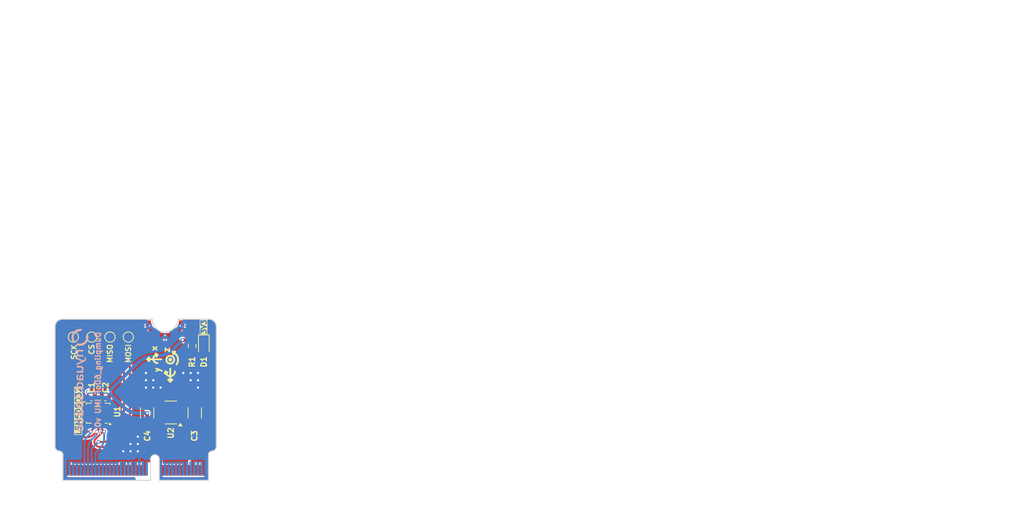
<source format=kicad_pcb>
(kicad_pcb (version 20241229) (generator "pcbnew") (generator_version "9.0")
  (layers (0 "F.Cu" signal "Top") (2 "B.Cu" signal "Bottom") (13 "F.Paste" user) (15 "B.Paste" user) (5 "F.SilkS" user "F.Silkscreen") (7 "B.SilkS" user "B.Silkscreen") (1 "F.Mask" user) (3 "B.Mask" user) (25 "Edge.Cuts" user))
  (net 0 "")
  (net 1 "LSM6DSO32TR_CS")
  (net 2 "GND")
  (net 3 "/UART_RTS1")
  (net 4 "/G11-SWO")
  (net 5 "/A1")
  (net 6 "LSM6DSO32TR_RX")
  (net 7 "/USBHOST_D+")
  (net 8 "/SPI_SCK")
  (net 9 "+3V3")
  (net 10 "LSM6DSO32TR_TX")
  (net 11 "/PWM0")
  (net 12 "/3.3V_EN")
  (net 13 "LSM6DSO32TR_pwr_cyc")
  (net 14 "/~{SPI_CS}")
  (net 15 "/UART_TX2")
  (net 16 "/G4")
  (net 17 "/G5")
  (net 18 "/UART_RX2")
  (net 19 "/UART_CTS1")
  (net 20 "/RTC_3V_BATT")
  (net 21 "+5V")
  (net 22 "/AUD_LRCLK")
  (net 23 "/G7")
  (net 24 "/PWM1")
  (net 25 "/G10-CAM_VSYNC")
  (net 26 "LSM6DSO32TR_MISO")
  (net 27 "/SPI_CIPO-LED_CLK")
  (net 28 "/USB_D-")
  (net 29 "LSM6DSO32TR_INT1")
  (net 30 "/AUD_IN-CAM_PCLK")
  (net 31 "/A0")
  (net 32 "LSM6DSO32TR_INT2")
  (net 33 "LSM6DSO32TR_SDA")
  (net 34 "/I2C_SDA1")
  (net 35 "/AUD_MCLK")
  (net 36 "/G0")
  (net 37 "/G9-CAM_HSYNC")
  (net 38 "/G8")
  (net 39 "/D1-CAM_TRIG")
  (net 40 "/SWDIO")
  (net 41 "/G6")
  (net 42 "/SPI_COPI-LED_DAT")
  (net 43 "/AUD_OUT-CAM_MCLK")
  (net 44 "/SDIO_DATA2")
  (net 45 "/AUD_BCLK")
  (net 46 "/V_USB")
  (net 47 "/USB_D+")
  (net 48 "/SDIO_DATA3-~{SPI_CS1}")
  (net 49 "/USBHOST_D-")
  (net 50 "/CAN-RX")
  (net 51 "/I2C_SCL1")
  (net 52 "/I2C_~{INT}")
  (net 53 "/CAN-TX")
  (net 54 "/BATT_VIN")
  (net 55 "/SWDCK")
  (net 56 "LSM6DSO32TR_SCK")
  (net 57 "/D0")
  (net 58 "LSM6DSO32TR_MOSI")
  (net 59 "LSM6DSO32TR_SCL")
  (net 60 "Net-(D1-A)")
  (net 64 "VIN")
  (footprint "SparkFun_MicroMod_ESP32:M.2-CARD-E-22" (layer "F.Cu") (at 148.5011 114.275)
    (property "Reference" "J1" (hide yes))
    (property "Value" "MICROMOD-2222" (hide yes))
    (fp_line (start 1.9 -21) (end 1 -21) (stroke (width 0.1016)) (layer "F.Cu"))
    (fp_line (start 1.9 -21) (end 1.9 -19.9) (stroke (width 0.1016)) (layer "F.Cu"))
    (fp_line (start 4 -19.7) (end 4 -19) (stroke (width 0.1016)) (layer "F.Cu"))
    (fp_line (start 6.1 -21) (end 6.1 -19.9) (stroke (width 0.1016)) (layer "F.Cu"))
    (fp_line (start 6.1 -21) (end 7 -21) (stroke (width 0.1016)) (layer "F.Cu"))
    (fp_poly (pts (xy 1.25 -21.75) (xy 2.05 -21.75) (xy 2.08842 -21.461827) (xy 2.171447 -21.183213) (xy 2.297037 -20.921017) (xy 2.462097 -20.681696) (xy 2.662563 -20.471142) (xy 2.893499 -20.29454) (xy 3.149218 -20.156239) (xy 3.423424 -20.059644) (xy 4 -20) (xy 4.290635 -20.007133) (xy 4.576576 -20.059644) (xy 4.850782 -20.156239) (xy 5.106501 -20.29454) (xy 5.337437 -20.471142) (xy 5.537903 -20.681696) (xy 5.702963 -20.921017) (xy 5.828553 -21.183213) (xy 5.95 -21.75) (xy 6.75 -21.75) (xy 6.686952 -21.386065) (xy 6.576451 -21.033626) (xy 6.420427 -20.698842) (xy 6.221608 -20.387564) (xy 5.983467 -20.10523) (xy 5.710166 -19.856774) (xy 5.40648 -19.646539) (xy 5.077718 -19.478197) (xy 4.729623 -19.354691) (xy 4.368279 -19.27818) (xy 4 -19.25) (xy 3.630811 -19.275627) (xy 3.268334 -19.35024) (xy 2.919037 -19.472506) (xy 2.589157 -19.640244) (xy 2.284581 -19.85046) (xy 2.010746 -20.099401) (xy 1.77254 -20.382623) (xy 1.574215 -20.695072) (xy 1.419311 -21.031169)) (fill yes) (layer "F.Cu"))
    (pad "1" smd rect (at 9.25 -1.275 180) (size 0.35 1.45) (layers "F.Cu" "F.Mask") (net 2 "GND"))
    (pad "2" smd rect (at 9 -1.525) (size 0.35 1.95) (layers "B.Cu" "B.Mask") (net 9 "+3V3"))
    (pad "3" smd rect (at 8.75 -1.275 180) (size 0.35 1.45) (layers "F.Cu" "F.Mask") (net 47 "/USB_D+"))
    (pad "4" smd rect (at 8.5 -1.525) (size 0.35 1.95) (layers "B.Cu" "B.Mask") (net 12 "/3.3V_EN"))
    (pad "5" smd rect (at 8.25 -1.275 180) (size 0.35 1.45) (layers "F.Cu" "F.Mask") (net 28 "/USB_D-"))
    (pad "6" smd rect (at 8 -1.525) (size 0.35 1.95) (layers "B.Cu" "B.Mask") (net 21 "+5V"))
    (pad "7" smd rect (at 7.75 -1.275 180) (size 0.35 1.45) (layers "F.Cu" "F.Mask") (net 2 "GND"))
    (pad "8" smd rect (at 7.5 -1.525) (size 0.35 1.95) (layers "B.Cu" "B.Mask") (net 4 "/G11-SWO"))
    (pad "9" smd rect (at 7.25 -1.275 180) (size 0.35 1.45) (layers "F.Cu" "F.Mask") (net 46 "/V_USB"))
    (pad "10" smd rect (at 7 -1.525) (size 0.35 1.95) (layers "B.Cu" "B.Mask") (net 57 "/D0"))
    (pad "11" smd rect (at 6.75 -1.275 180) (size 0.35 1.45) (layers "F.Cu" "F.Mask") (net 64 "VIN"))
    (pad "12" smd rect (at 6.5 -1.525) (size 0.35 1.95) (layers "B.Cu" "B.Mask") (net 33 "LSM6DSO32TR_SDA"))
    (pad "13" smd rect (at 6.25 -1.275 180) (size 0.35 1.45) (layers "F.Cu" "F.Mask") (net 3 "/UART_RTS1"))
    (pad "14" smd rect (at 6 -1.525) (size 0.35 1.95) (layers "B.Cu" "B.Mask") (net 59 "LSM6DSO32TR_SCL"))
    (pad "15" smd rect (at 5.75 -1.275 180) (size 0.35 1.45) (layers "F.Cu" "F.Mask") (net 19 "/UART_CTS1"))
    (pad "16" smd rect (at 5.5 -1.525) (size 0.35 1.95) (layers "B.Cu" "B.Mask") (net 52 "/I2C_~{INT}"))
    (pad "17" smd rect (at 5.25 -1.275 180) (size 0.35 1.45) (layers "F.Cu" "F.Mask") (net 10 "LSM6DSO32TR_TX"))
    (pad "18" smd rect (at 5 -1.525) (size 0.35 1.95) (layers "B.Cu" "B.Mask") (net 39 "/D1-CAM_TRIG"))
    (pad "19" smd rect (at 4.75 -1.275 180) (size 0.35 1.45) (layers "F.Cu" "F.Mask") (net 6 "LSM6DSO32TR_RX"))
    (pad "20" smd rect (at 4.5 -1.525) (size 0.35 1.95) (layers "B.Cu" "B.Mask") (net 18 "/UART_RX2"))
    (pad "21" smd rect (at 4.25 -1.275 180) (size 0.35 1.45) (layers "F.Cu" "F.Mask") (net 55 "/SWDCK"))
    (pad "22" smd rect (at 4 -1.525) (size 0.35 1.95) (layers "B.Cu" "B.Mask") (net 15 "/UART_TX2"))
    (pad "23" smd rect (at 3.75 -1.275 180) (size 0.35 1.45) (layers "F.Cu" "F.Mask") (net 40 "/SWDIO"))
    (pad "32" smd rect (at 1.5 -1.525) (size 0.35 1.95) (layers "B.Cu" "B.Mask") (net 11 "/PWM0"))
    (pad "33" smd rect (at 1.25 -1.275 180) (size 0.35 1.45) (layers "F.Cu" "F.Mask") (net 2 "GND"))
    (pad "34" smd rect (at 1 -1.525) (size 0.35 1.95) (layers "B.Cu" "B.Mask") (net 31 "/A0"))
    (pad "35" smd rect (at 0.75 -1.275 180) (size 0.35 1.45) (layers "F.Cu" "F.Mask") (net 7 "/USBHOST_D+"))
    (pad "36" smd rect (at 0.5 -1.525) (size 0.35 1.95) (layers "B.Cu" "B.Mask") (net 2 "GND"))
    (pad "37" smd rect (at 0.25 -1.275 180) (size 0.35 1.45) (layers "F.Cu" "F.Mask") (net 49 "/USBHOST_D-"))
    (pad "38" smd rect (at 0 -1.525) (size 0.35 1.95) (layers "B.Cu" "B.Mask") (net 5 "/A1"))
    (pad "39" smd rect (at -0.25 -1.275 180) (size 0.35 1.45) (layers "F.Cu" "F.Mask") (net 2 "GND"))
    (pad "40" smd rect (at -0.5 -1.525) (size 0.35 1.95) (layers "B.Cu" "B.Mask") (net 36 "/G0"))
    (pad "41" smd rect (at -0.75 -1.275 180) (size 0.35 1.45) (layers "F.Cu" "F.Mask") (net 50 "/CAN-RX"))
    (pad "42" smd rect (at -1 -1.525) (size 0.35 1.95) (layers "B.Cu" "B.Mask") (net 13 "LSM6DSO32TR_pwr_cyc"))
    (pad "43" smd rect (at -1.25 -1.275 180) (size 0.35 1.45) (layers "F.Cu" "F.Mask") (net 53 "/CAN-TX"))
    (pad "44" smd rect (at -1.5 -1.525) (size 0.35 1.95) (layers "B.Cu" "B.Mask") (net 29 "LSM6DSO32TR_INT1"))
    (pad "45" smd rect (at -1.75 -1.275 180) (size 0.35 1.45) (layers "F.Cu" "F.Mask") (net 2 "GND"))
    (pad "46" smd rect (at -2 -1.525) (size 0.35 1.95) (layers "B.Cu" "B.Mask") (net 32 "LSM6DSO32TR_INT2"))
    (pad "47" smd rect (at -2.25 -1.275 180) (size 0.35 1.45) (layers "F.Cu" "F.Mask") (net 24 "/PWM1"))
    (pad "48" smd rect (at -2.5 -1.525) (size 0.35 1.95) (layers "B.Cu" "B.Mask") (net 16 "/G4"))
    (pad "49" smd rect (at -2.75 -1.275 180) (size 0.35 1.45) (layers "F.Cu" "F.Mask") (net 54 "/BATT_VIN"))
    (pad "50" smd rect (at -3 -1.525) (size 0.35 1.95) (layers "B.Cu" "B.Mask") (net 45 "/AUD_BCLK"))
    (pad "51" smd rect (at -3.25 -1.275 180) (size 0.35 1.45) (layers "F.Cu" "F.Mask") (net 34 "/I2C_SDA1"))
    (pad "52" smd rect (at -3.5 -1.525) (size 0.35 1.95) (layers "B.Cu" "B.Mask") (net 22 "/AUD_LRCLK"))
    (pad "53" smd rect (at -3.75 -1.275 180) (size 0.35 1.45) (layers "F.Cu" "F.Mask") (net 51 "/I2C_SCL1"))
    (pad "54" smd rect (at -4 -1.525) (size 0.35 1.95) (layers "B.Cu" "B.Mask") (net 30 "/AUD_IN-CAM_PCLK"))
    (pad "55" smd rect (at -4.25 -1.275 180) (size 0.35 1.45) (layers "F.Cu" "F.Mask") (net 14 "/~{SPI_CS}"))
    (pad "56" smd rect (at -4.5 -1.525) (size 0.35 1.95) (layers "B.Cu" "B.Mask") (net 43 "/AUD_OUT-CAM_MCLK"))
    (pad "57" smd rect (at -4.75 -1.275 180) (size 0.35 1.45) (layers "F.Cu" "F.Mask") (net 8 "/SPI_SCK"))
    (pad "58" smd rect (at -5 -1.525) (size 0.35 1.95) (layers "B.Cu" "B.Mask") (net 35 "/AUD_MCLK"))
    (pad "59" smd rect (at -5.25 -1.275 180) (size 0.35 1.45) (layers "F.Cu" "F.Mask") (net 42 "/SPI_COPI-LED_DAT"))
    (pad "60" smd rect (at -5.5 -1.525) (size 0.35 1.95) (layers "B.Cu" "B.Mask") (net 58 "LSM6DSO32TR_MOSI"))
    (pad "61" smd rect (at -5.75 -1.275 180) (size 0.35 1.45) (layers "F.Cu" "F.Mask") (net 27 "/SPI_CIPO-LED_CLK"))
    (pad "62" smd rect (at -6 -1.525) (size 0.35 1.95) (layers "B.Cu" "B.Mask") (net 26 "LSM6DSO32TR_MISO"))
    (pad "63" smd rect (at -6.25 -1.275 180) (size 0.35 1.45) (layers "F.Cu" "F.Mask") (net 25 "/G10-CAM_VSYNC"))
    (pad "64" smd rect (at -6.5 -1.525) (size 0.35 1.95) (layers "B.Cu" "B.Mask") (net 56 "LSM6DSO32TR_SCK"))
    (pad "65" smd rect (at -6.75 -1.275 180) (size 0.35 1.45) (layers "F.Cu" "F.Mask") (net 37 "/G9-CAM_HSYNC"))
    (pad "66" smd rect (at -7 -1.525) (size 0.35 1.95) (layers "B.Cu" "B.Mask") (net 1 "LSM6DSO32TR_CS"))
    (pad "67" smd rect (at -7.25 -1.275 180) (size 0.35 1.45) (layers "F.Cu" "F.Mask") (net 38 "/G8"))
    (pad "68" smd rect (at -7.5 -1.525) (size 0.35 1.95) (layers "B.Cu" "B.Mask") (net 44 "/SDIO_DATA2"))
    (pad "69" smd rect (at -7.75 -1.275 180) (size 0.35 1.45) (layers "F.Cu" "F.Mask") (net 23 "/G7"))
    (pad "70" smd rect (at -8 -1.525) (size 0.35 1.95) (layers "B.Cu" "B.Mask") (net 48 "/SDIO_DATA3-~{SPI_CS1}"))
    (pad "71" smd rect (at -8.25 -1.275 180) (size 0.35 1.45) (layers "F.Cu" "F.Mask") (net 41 "/G6"))
    (pad "72" smd rect (at -8.5 -1.525) (size 0.35 1.95) (layers "B.Cu" "B.Mask") (net 20 "/RTC_3V_BATT"))
    (pad "73" smd rect (at -8.75 -1.275 180) (size 0.35 1.45) (layers "F.Cu" "F.Mask") (net 17 "/G5"))
    (pad "74" smd rect (at -9 -1.525) (size 0.35 1.95) (layers "B.Cu" "B.Mask") (net 9 "+3V3"))
    (pad "75" smd rect (at -9.25 -1.275 180) (size 0.35 1.45) (layers "F.Cu" "F.Mask") (net 2 "GND"))
    (pad "GND1" thru_hole circle (at 1.9 -21) (size 0.454 0.454) (drill 0.2) (layers "*.Cu" "*.Mask") (net 2 "GND"))
    (pad "GND2" thru_hole circle (at 4 -19.7) (size 0.454 0.454) (drill 0.2) (layers "*.Cu" "*.Mask") (net 2 "GND"))
    (pad "GND3" thru_hole circle (at 6.1 -21) (size 0.454 0.454) (drill 0.2) (layers "*.Cu" "*.Mask") (net 2 "GND"))
  )
  (footprint "SparkFun_MicroMod_ESP32:ORDERING_INSTRUCTIONS" (layer "F.Cu") (at 167.9811 62.1)
    (property "Reference" "LOGO1" (hide yes))
    (property "Value" "SPECIAL_INSTRUCTIONS-ORDERING")
  )
  (footprint "SparkFun_MicroMod_ESP32:CREATIVE_COMMONS" (layer "F.Cu") (at 184.4 63.75)
    (property "Reference" "FRAME1" (hide yes))
    (property "Value" "FRAME-LEDGER" (hide yes))
  )
  (footprint "TestPoint:TestPoint_Pad_D1.0mm" (layer "F.Cu") (at 140 94.8)
    (property "Reference" "SCK" (at 0.1 2.05 90) (layer "F.SilkS") (effects (font (size 0.7 0.7) (thickness 0.15) (bold yes))))
    (property "Value" "SPI3")
    (pad "1" smd circle (at 0 0) (size 1 1) (layers "F.Cu" "F.Mask") (net 56 "LSM6DSO32TR_SCK"))
  )
  (footprint "Capacitor_SMD:C_1206_3216Metric" (layer "F.Cu") (at 156.5625 105.15 90)
    (property "Reference" "C3" (at -3.15 -0.0375 90) (layer "F.SilkS") (effects (font (size 0.75 0.75) (thickness 0.175) (bold yes))))
    (property "Value" "10u")
    (pad "1" smd roundrect (at -1.475 0 90) (size 1.15 1.8) (layers "F.Cu" "F.Mask" "F.Paste") (roundrect_rratio 0.217391) (net 64 "VIN"))
    (pad "2" smd roundrect (at 1.475 0 90) (size 1.15 1.8) (layers "F.Cu" "F.Mask" "F.Paste") (roundrect_rratio 0.217391) (net 2 "GND"))
  )
  (footprint "Resistor_SMD:R_0603_1608Metric" (layer "F.Cu") (at 156.2 96 -90)
    (property "Reference" "R1" (at 2.2 0 270) (layer "F.SilkS") (effects (font (size 0.75 0.75) (thickness 0.175) (bold yes))))
    (property "Value" "10k")
    (pad "1" smd roundrect (at -0.825 0 270) (size 0.8 0.95) (layers "F.Cu" "F.Mask" "F.Paste") (net 9 "+3V3"))
    (pad "2" smd roundrect (at 0.825 0 270) (size 0.8 0.95) (layers "F.Cu" "F.Mask" "F.Paste") (net 60 "Net-(D1-A)"))
  )
  (footprint "Capacitor_SMD:C_0402_1005Metric" (layer "F.Cu") (at 144.363897 103.15 180)
    (property "Reference" "C2" (at -0.036103 1.45 270) (layer "F.SilkS") (effects (font (size 0.75 0.75) (thickness 0.175) (bold yes))))
    (property "Value" "100n")
    (pad "1" smd roundrect (at -0.48 0 180) (size 0.56 0.62) (layers "F.Cu" "F.Mask" "F.Paste") (net 9 "+3V3"))
    (pad "2" smd roundrect (at 0.48 0 180) (size 0.56 0.62) (layers "F.Cu" "F.Mask" "F.Paste") (net 2 "GND"))
  )
  (footprint "Capacitor_SMD:C_0402_1005Metric" (layer "F.Cu") (at 142.463897 103.15)
    (property "Reference" "C1" (at 0.036103 -1.45 90) (layer "F.SilkS") (effects (font (size 0.75 0.75) (thickness 0.175) (bold yes))))
    (property "Value" "100n")
    (pad "1" smd roundrect (at -0.48 0) (size 0.56 0.62) (layers "F.Cu" "F.Mask" "F.Paste") (net 9 "+3V3"))
    (pad "2" smd roundrect (at 0.48 0) (size 0.56 0.62) (layers "F.Cu" "F.Mask" "F.Paste") (net 2 "GND"))
  )
  (footprint "TestPoint:TestPoint_Pad_D1.0mm" (layer "F.Cu") (at 142.5 94.8)
    (property "Reference" "CS" (at 0 1.7 90) (layer "F.SilkS") (effects (font (size 0.7 0.7) (thickness 0.15) (bold yes))))
    (property "Value" "SPI3")
    (pad "1" smd circle (at 0 0) (size 1 1) (layers "F.Cu" "F.Mask") (net 1 "LSM6DSO32TR_CS"))
  )
  (footprint "Capacitor_SMD:C_1206_3216Metric" (layer "F.Cu") (at 150.0625 105.15 90)
    (property "Reference" "C4" (at -3.15 0.0375 270) (layer "F.SilkS") (effects (font (size 0.75 0.75) (thickness 0.175) (bold yes))))
    (property "Value" "10u")
    (pad "1" smd roundrect (at -1.475 0 90) (size 1.15 1.8) (layers "F.Cu" "F.Mask" "F.Paste") (roundrect_rratio 0.217391) (net 9 "+3V3"))
    (pad "2" smd roundrect (at 1.475 0 90) (size 1.15 1.8) (layers "F.Cu" "F.Mask" "F.Paste") (roundrect_rratio 0.217391) (net 2 "GND"))
  )
  (footprint "TestPoint:TestPoint_Pad_D1.0mm" (layer "F.Cu") (at 147.5 94.8)
    (property "Reference" "MOSI" (at 0 2.25 90) (layer "F.SilkS") (effects (font (size 0.7 0.7) (thickness 0.15) (bold yes))))
    (property "Value" "SPI3")
    (pad "1" smd circle (at 0 0) (size 1 1) (layers "F.Cu" "F.Mask") (net 58 "LSM6DSO32TR_MOSI"))
  )
  (footprint "LED_SMD:LED_0603_1608Metric" (layer "F.Cu") (at 157.8 96 -90)
    (property "Reference" "D1" (hide yes))
    (property "Value" "LED")
    (pad "1" smd roundrect (at -0.7875 0 270) (size 0.875 0.95) (layers "F.Cu" "F.Mask" "F.Paste") (net 2 "GND"))
    (pad "2" smd roundrect (at 0.7875 0 270) (size 0.875 0.95) (layers "F.Cu" "F.Mask" "F.Paste") (net 60 "Net-(D1-A)"))
  )
  (footprint "Package_LGA:LGA-14_3x2.5mm_P0.5mm_LayoutBorder3x4y" (layer "F.Cu") (at 143.4 105.2 180)
    (property "Reference" "U1" (at -2.6 0.2 270) (layer "F.SilkS") (effects (font (size 0.75 0.75) (thickness 0.175) (bold yes))))
    (property "Value" "LSM6DSO32TR")
    (pad "1" smd roundrect (at -1.1625 -0.75 180) (size 0.625 0.35) (layers "F.Cu" "F.Mask" "F.Paste") (net 26 "LSM6DSO32TR_MISO"))
    (pad "2" smd roundrect (at -1.1625 -0.25 180) (size 0.625 0.35) (layers "F.Cu" "F.Mask" "F.Paste") (net 2 "GND"))
    (pad "3" smd roundrect (at -1.1625 0.25 180) (size 0.625 0.35) (layers "F.Cu" "F.Mask" "F.Paste") (net 2 "GND"))
    (pad "4" smd roundrect (at -1.1625 0.75 180) (size 0.625 0.35) (layers "F.Cu" "F.Mask" "F.Paste") (net 29 "LSM6DSO32TR_INT1"))
    (pad "5" smd roundrect (at -0.5 0.9125 180) (size 0.35 0.625) (layers "F.Cu" "F.Mask" "F.Paste") (net 9 "+3V3"))
    (pad "6" smd roundrect (at 0 0.9125 180) (size 0.35 0.625) (layers "F.Cu" "F.Mask" "F.Paste") (net 2 "GND"))
    (pad "7" smd roundrect (at 0.5 0.9125 180) (size 0.35 0.625) (layers "F.Cu" "F.Mask" "F.Paste") (net 2 "GND"))
    (pad "8" smd roundrect (at 1.1625 0.75 180) (size 0.625 0.35) (layers "F.Cu" "F.Mask" "F.Paste") (net 9 "+3V3"))
    (pad "9" smd roundrect (at 1.1625 0.25 180) (size 0.625 0.35) (layers "F.Cu" "F.Mask" "F.Paste") (net 32 "LSM6DSO32TR_INT2"))
    (pad "10" smd roundrect (at 1.1625 -0.25 180) (size 0.625 0.35) (layers "F.Cu" "F.Mask" "F.Paste"))
    (pad "11" smd roundrect (at 1.1625 -0.75 180) (size 0.625 0.35) (layers "F.Cu" "F.Mask" "F.Paste"))
    (pad "12" smd roundrect (at 0.5 -0.9125 180) (size 0.35 0.625) (layers "F.Cu" "F.Mask" "F.Paste") (net 1 "LSM6DSO32TR_CS"))
    (pad "13" smd roundrect (at 0 -0.9125 180) (size 0.35 0.625) (layers "F.Cu" "F.Mask" "F.Paste") (net 56 "LSM6DSO32TR_SCK"))
    (pad "14" smd roundrect (at -0.5 -0.9125 180) (size 0.35 0.625) (layers "F.Cu" "F.Mask" "F.Paste") (net 58 "LSM6DSO32TR_MOSI"))
  )
  (footprint "TestPoint:TestPoint_Pad_D1.0mm" (layer "F.Cu") (at 145 94.8)
    (property "Reference" "MISO" (at 0 2.25 90) (layer "F.SilkS") (effects (font (size 0.7 0.7) (thickness 0.15) (bold yes))))
    (property "Value" "SPI3")
    (pad "1" smd circle (at 0 0) (size 1 1) (layers "F.Cu" "F.Mask") (net 26 "LSM6DSO32TR_MISO"))
  )
  (footprint "Package_TO_SOT_SMD:SOT-23-5" (layer "F.Cu") (at 153.3 105.1 180)
    (property "Reference" "U2" (at 0 -2.8 90) (layer "F.SilkS") (effects (font (size 0.75 0.75) (thickness 0.175) (bold yes))))
    (property "Value" "AP2112K-3.3")
    (pad "1" smd roundrect (at -1.1375 -0.95 180) (size 1.325 0.6) (layers "F.Cu" "F.Mask" "F.Paste") (net 64 "VIN"))
    (pad "2" smd roundrect (at -1.1375 0 180) (size 1.325 0.6) (layers "F.Cu" "F.Mask" "F.Paste") (net 2 "GND"))
    (pad "3" smd roundrect (at -1.1375 0.95 180) (size 1.325 0.6) (layers "F.Cu" "F.Mask" "F.Paste") (net 64 "VIN"))
    (pad "4" smd roundrect (at 1.1375 0.95 180) (size 1.325 0.6) (layers "F.Cu" "F.Mask" "F.Paste"))
    (pad "5" smd roundrect (at 1.1375 -0.95 180) (size 1.325 0.6) (layers "F.Cu" "F.Mask" "F.Paste") (net 9 "+3V3"))
  )
  (footprint "LOGO" (layer "B.Cu") (at 140.9 100.7 -90)
    (property "Reference" "G***" (hide yes))
    (property "Value" "LOGO" (hide yes))
  )
  (gr_arc (start 153.851288 99.501145) (mid 153.216288 100.136145) (end 152.581288 99.501145) (stroke (width 0.254)) (layer "F.SilkS"))
  (gr_line (start 150.082563 97.84062) (end 150.336563 97.58662) (stroke (width 0.254)) (layer "F.SilkS"))
  (gr_line (start 152.809888 99.628145) (end 152.454288 99.755145) (stroke (width 0.254)) (layer "F.SilkS"))
  (gr_line (start 151.479563 97.20562) (end 151.352563 97.45962) (stroke (width 0.254)) (layer "F.SilkS"))
  (gr_line (start 152.581288 99.501145) (end 152.809888 99.628145) (stroke (width 0.254)) (layer "F.SilkS"))
  (gr_line (start 150.082563 97.84062) (end 150.336563 98.09462) (stroke (width 0.254)) (layer "F.SilkS"))
  (gr_circle (center 153.219463 97.888245) (end 153.346463 97.888245) (stroke (width 0.254)) (fill no) (layer "F.SilkS"))
  (gr_line (start 153.543313 96.84367) (end 153.876688 96.796045) (stroke (width 0.254)) (layer "F.SilkS"))
  (gr_arc (start 151.479563 98.34862) (mid 150.908079 97.77712) (end 151.479563 97.20562) (stroke (width 0.254)) (layer "F.SilkS"))
  (gr_line (start 151.479563 97.20562) (end 151.225563 97.07862) (stroke (width 0.254)) (layer "F.SilkS"))
  (gr_arc (start 153.673488 96.923045) (mid 154.252744 97.634741) (end 154.079889 98.535946) (stroke (width 0.254)) (layer "F.SilkS"))
  (gr_line (start 153.543313 96.84367) (end 153.670313 97.151645) (stroke (width 0.254)) (layer "F.SilkS"))
  (gr_line (start 153.216288 100.898145) (end 152.962288 100.644145) (stroke (width 0.254)) (layer "F.SilkS"))
  (gr_line (start 153.216288 100.898145) (end 153.470288 100.644145) (stroke (width 0.254)) (layer "F.SilkS"))
  (gr_circle (center 153.219463 97.888245) (end 153.752863 97.888245) (stroke (width 0.254)) (fill no) (layer "F.SilkS"))
  (gr_line (start 153.670313 97.151645) (end 153.876688 96.796045) (stroke (width 0.254)) (layer "F.SilkS"))
  (gr_line (start 153.216288 100.898145) (end 153.216288 99.120145) (stroke (width 0.254)) (layer "F.SilkS"))
  (gr_line (start 150.336563 97.58662) (end 150.336563 98.09462) (stroke (width 0.254)) (layer "F.SilkS"))
  (gr_line (start 151.225563 97.07862) (end 151.352563 97.45962) (stroke (width 0.254)) (layer "F.SilkS"))
  (gr_line (start 153.495688 100.618745) (end 152.936888 100.618745) (stroke (width 0.254)) (layer "F.SilkS"))
  (gr_line (start 152.581288 99.501145) (end 152.454288 99.755145) (stroke (width 0.254)) (layer "F.SilkS"))
  (gr_line (start 150.082563 97.84062) (end 151.987563 97.84062) (stroke (width 0.254)) (layer "F.SilkS"))
  (gr_line (start 158.4261 114.365617) (end 151.7261 114.365617) (stroke (width 0.127)) (layer "Edge.Cuts"))
  (gr_line (start 150.5261 111.465617) (end 150.5261 114.365617) (stroke (width 0.127)) (layer "Edge.Cuts"))
  (gr_line (start 138.5761 114.365617) (end 138.5761 110.865617) (stroke (width 0.127)) (layer "Edge.Cuts"))
  (gr_arc (start 138.1011 110.365617) (mid 138.434341 110.524663) (end 138.5761 110.865618) (stroke (width 0.127)) (layer "Edge.Cuts"))
  (gr_arc (start 137.5011 93.365617) (mid 137.8011 92.665618) (end 138.501099 92.365618) (stroke (width 0.127)) (layer "Edge.Cuts"))
  (gr_arc (start 159.501099 109.765618) (mid 159.320461 110.184979) (end 158.9011 110.365617) (stroke (width 0.127)) (layer "Edge.Cuts"))
  (gr_line (start 137.5011 93.365617) (end 137.5011 109.765617) (stroke (width 0.127)) (layer "Edge.Cuts"))
  (gr_line (start 159.5011 93.365617) (end 159.5011 109.765617) (stroke (width 0.127)) (layer "Edge.Cuts"))
  (gr_arc (start 154.2511 92.365617) (mid 152.5011 94.115617) (end 150.7511 92.365617) (stroke (width 0.127)) (layer "Edge.Cuts"))
  (gr_arc (start 158.4261 110.865617) (mid 158.566444 110.523319) (end 158.9011 110.365617) (stroke (width 0.127)) (layer "Edge.Cuts"))
  (gr_arc (start 150.5261 111.465617) (mid 151.1261 110.865617) (end 151.7261 111.465617) (stroke (width 0.127)) (layer "Edge.Cuts"))
  (gr_line (start 158.4261 110.865617) (end 158.4261 114.365617) (stroke (width 0.127)) (layer "Edge.Cuts"))
  (gr_line (start 150.7511 92.365617) (end 138.5011 92.365617) (stroke (width 0.127)) (layer "Edge.Cuts"))
  (gr_line (start 151.7261 111.465617) (end 151.7261 114.365617) (stroke (width 0.127)) (layer "Edge.Cuts"))
  (gr_arc (start 138.101098 110.365617) (mid 137.681737 110.184978) (end 137.5011 109.765617) (stroke (width 0.127)) (layer "Edge.Cuts"))
  (gr_line (start 158.5011 92.365617) (end 154.2511 92.365617) (stroke (width 0.127)) (layer "Edge.Cuts"))
  (gr_arc (start 158.5011 92.365617) (mid 159.2011 92.665617) (end 159.5011 93.365617) (stroke (width 0.127)) (layer "Edge.Cuts"))
  (gr_line (start 138.5761 114.365617) (end 150.5261 114.365617) (stroke (width 0.127)) (layer "Edge.Cuts"))
  (gr_text "D1" (at 157.8 98.2 90) (layer "F.SilkS") (effects (font (size 0.75 0.75) (thickness 0.175) (bold yes))))
  (gr_text "y" (at 151.9 99.7 90) (layer "F.SilkS") (effects (font (size 0.8 0.8) (thickness 0.1905)) (justify left bottom)))
  (gr_text "LSM6DSO32" (at 140.7 104.9 90) (layer "F.SilkS" knockout) (effects (font (size 0.75 0.75) (thickness 0.175) (bold yes))))
  (gr_text "z" (at 153.2 97 90) (layer "F.SilkS") (effects (font (size 0.8 0.8) (thickness 0.1905)) (justify left bottom)))
  (gr_text "3V3" (at 157.8 93.4 90) (layer "F.SilkS" knockout) (effects (font (size 0.7 0.7) (thickness 0.175) (bold yes))))
  (gr_text "x" (at 151.5 96.8 90) (layer "F.SilkS") (effects (font (size 0.8 0.8) (thickness 0.1905)) (justify left bottom)))
  (gr_text "Dumpling_6DoF IMU v0.1" (at 143.8 94 90) (layer "B.SilkS") (effects (font (size 0.75 0.75) (thickness 0.175) (bold yes)) (justify left bottom mirror)))
  (segment (start 141.925361 107.7) (end 142.346065 107.7) (width 0.25) (layer "F.Cu") (net 1))
  (segment (start 142.35731 107.693413) (end 142.354016 107.696706) (width 0.25) (layer "F.Cu") (net 1))
  (segment (start 139.9 104.968629) (end 139.9 98.043502) (width 0.25) (layer "F.Cu") (net 1))
  (segment (start 140.85 95.75) (end 141.552512 95.047487) (width 0.25) (layer "F.Cu") (net 1))
  (segment (start 142.9 106.766983) (end 142.9 106.212446) (width 0.25) (layer "F.Cu") (net 1))
  (segment (start 140.7 106.9) (end 141.199223 107.399223) (width 0.25) (layer "F.Cu") (net 1))
  (segment (start 142.15 94.8) (end 142.5 94.8) (width 0.25) (layer "F.Cu") (net 1))
  (segment (start 142.35731 107.693413) (end 142.628655 107.422068) (width 0.25) (layer "F.Cu") (net 1))
  (via (at 142.35731 107.693413) (size 0.5) (drill 0.3) (layers "F.Cu" "B.Cu") (net 1))
  (arc (start 141.925361 107.7) (mid 141.532378 107.62183) (end 141.199223 107.399223) (width 0.25) (layer "F.Cu") (net 1))
  (arc (start 142.628655 107.422068) (mid 142.829479 107.121512) (end 142.9 106.766983) (width 0.25) (layer "F.Cu") (net 1))
  (arc (start 140.85 95.75) (mid 140.146896 96.802267) (end 139.9 98.043502) (width 0.25) (layer "F.Cu") (net 1))
  (arc (start 142.354016 107.696706) (mid 142.350368 107.699143) (end 142.346065 107.7) (width 0.25) (layer "F.Cu") (net 1))
  (arc (start 142.15 94.8) (mid 141.826642 94.864319) (end 141.552512 95.047487) (width 0.25) (layer "F.Cu") (net 1))
  (arc (start 140.7 106.9) (mid 140.107913 106.013879) (end 139.9 104.968629) (width 0.25) (layer "F.Cu") (net 1))
  (segment (start 142.35731 107.693413) (end 142.360603 107.696706) (width 0.25) (layer "B.Cu") (net 1))
  (segment (start 142.363897 107.818051) (end 142.363897 107.704657) (width 0.25) (layer "B.Cu") (net 1))
  (segment (start 141.932498 108.367501) (end 142.280421 108.019577) (width 0.25) (layer "B.Cu") (net 1))
  (segment (start 141.5011 109.408989) (end 141.5011 112.75) (width 0.25) (layer "B.Cu") (net 1))
  (arc (start 142.363897 107.818051) (mid 142.342202 107.927116) (end 142.280421 108.019577) (width 0.25) (layer "B.Cu") (net 1))
  (arc (start 142.363897 107.704657) (mid 142.36304 107.700354) (end 142.360603 107.696706) (width 0.25) (layer "B.Cu") (net 1))
  (arc (start 141.5011 109.408989) (mid 141.613216 108.84534) (end 141.932498 108.367501) (width 0.25) (layer "B.Cu") (net 1))
  (segment (start 155.111459 105.1) (end 154.4375 105.1) (width 0.75) (layer "F.Cu") (net 2))
  (segment (start 156.137499 104.674999) (end 156.359206 104.453293) (width 0.75) (layer "F.Cu") (net 2))
  (segment (start 143.631083 103.402813) (end 143.75749 103.276406) (width 0.25) (layer "F.Cu") (net 2))
  (segment (start 142.9 103.224936) (end 142.9 104.2875) (width 0.25) (layer "F.Cu") (net 2))
  (segment (start 144.5625 104.95) (end 144.5625 105.45) (width 0.25) (layer "F.Cu") (net 2))
  (segment (start 142.974936 103.15) (end 143.70513 103.15) (width 0.5) (layer "F.Cu") (net 2))
  (segment (start 156.5625 103.9625) (end 156.5625 103.675) (width 0.75) (layer "F.Cu") (net 2))
  (segment (start 143.4 103.960698) (end 143.4 104.2875) (width 0.25) (layer "F.Cu") (net 2))
  (via (at 149.9 99.7) (size 0.7) (drill 0.3) (layers "F.Cu" "B.Cu") (net 2))
  (via (at 147.8 110.4) (size 0.7) (drill 0.3) (layers "F.Cu" "B.Cu") (net 2))
  (via (at 146.8 110.4) (size 0.7) (drill 0.3) (layers "F.Cu" "B.Cu") (net 2))
  (via (at 151.9 101.7) (size 0.7) (drill 0.3) (layers "F.Cu" "B.Cu") (net 2))
  (via (at 157 100.7) (size 0.7) (drill 0.3) (layers "F.Cu" "B.Cu") (net 2))
  (via (at 149.9 100.7) (size 0.7) (drill 0.3) (layers "F.Cu" "B.Cu") (net 2))
  (via (at 149.9 101.7) (size 0.7) (drill 0.3) (layers "F.Cu" "B.Cu") (net 2))
  (via (at 148.8 108.4) (size 0.7) (drill 0.3) (layers "F.Cu" "B.Cu") (net 2))
  (via (at 150.9 101.7) (size 0.7) (drill 0.3) (layers "F.Cu" "B.Cu") (net 2))
  (via (at 147.8 109.4) (size 0.7) (drill 0.3) (layers "F.Cu" "B.Cu") (net 2))
  (via (at 157 99.7) (size 0.7) (drill 0.3) (layers "F.Cu" "B.Cu") (net 2))
  (via (at 156 99.7) (size 0.7) (drill 0.3) (layers "F.Cu" "B.Cu") (net 2))
  (via (at 148.8 110.4) (size 0.7) (drill 0.3) (layers "F.Cu" "B.Cu") (net 2))
  (via (at 157 101.7) (size 0.7) (drill 0.3) (layers "F.Cu" "B.Cu") (net 2))
  (via (at 148.8 109.4) (size 0.7) (drill 0.3) (layers "F.Cu" "B.Cu") (net 2))
  (via (at 156 100.7) (size 0.7) (drill 0.3) (layers "F.Cu" "B.Cu") (net 2))
  (via (at 150.9 100.7) (size 0.7) (drill 0.3) (layers "F.Cu" "B.Cu") (net 2))
  (via (at 155 99.7) (size 0.7) (drill 0.3) (layers "F.Cu" "B.Cu") (net 2))
  (arc (start 143.631083 103.402813) (mid 143.460056 103.658773) (end 143.4 103.960698) (width 0.25) (layer "F.Cu") (net 2))
  (arc (start 142.974936 103.15) (mid 142.946259 103.155704) (end 142.921948 103.171948) (width 0.5) (layer "F.Cu") (net 2))
  (arc (start 142.9 103.224936) (mid 142.905704 103.196259) (end 142.921948 103.171948) (width 0.25) (layer "F.Cu") (net 2))
  (arc (start 156.137499 104.674999) (mid 155.666748 104.989545) (end 155.111459 105.1) (width 0.75) (layer "F.Cu") (net 2))
  (arc (start 156.5625 103.9625) (mid 156.509665 104.228115) (end 156.359206 104.453293) (width 0.75) (layer "F.Cu") (net 2))
  (arc (start 143.75749 103.276406) (mid 143.773541 103.19571) (end 143.70513 103.15) (width 0.25) (layer "F.Cu") (net 2))
  (segment (start 150.1 105.2) (end 150.08125 105.21875) (width 0.5) (layer "F.Cu") (net 9))
  (segment (start 154.942677 95.225) (end 156.2 95.225) (width 0.5) (layer "F.Cu") (net 9))
  (segment (start 144.843897 103.54272) (end 144.843897 103.15) (width 0.25) (layer "F.Cu") (net 9))
  (segment (start 142.100698 104.313198) (end 142.2375 104.45) (width 0.25) (layer "F.Cu") (net 9))
  (segment (start 154.9125 95.2125) (end 154.9 95.2) (width 0.5) (layer "F.Cu") (net 9))
  (segment (start 144.8 102.3) (end 144.8 103.106103) (width 0.25) (layer "F.Cu") (net 9))
  (segment (start 150.0625 106.625) (end 151.180913 106.625) (width 0.75) (layer "F.Cu") (net 9))
  (segment (start 144.11339 103.85) (end 144.536617 103.85) (width 0.25) (layer "F.Cu") (net 9))
  (segment (start 141.983897 103.135857) (end 141.983897 102.316103) (width 0.25) (layer "F.Cu") (net 9))
  (segment (start 151.875 106.3375) (end 152.1625 106.05) (width 0.75) (layer "F.Cu") (net 9))
  (segment (start 141.963897 103.184142) (end 141.963897 103.98293) (width 0.25) (layer "F.Cu") (net 9))
  (segment (start 150.0625 106.625) (end 150.0625 105.264016) (width 0.5) (layer "F.Cu") (net 9))
  (segment (start 143.9 104.06339) (end 143.9 104.2875) (width 0.25) (layer "F.Cu") (net 9))
  (via (at 154.9 95.2) (size 0.5) (drill 0.3) (layers "F.Cu" "B.Cu") (net 9))
  (via (at 144.8 102.3) (size 0.5) (drill 0.3) (layers "F.Cu" "B.Cu") (net 9))
  (via (at 150.1 105.2) (size 0.5) (drill 0.3) (layers "F.Cu" "B.Cu") (net 9))
  (via (at 142 102.3) (size 0.5) (drill 0.3) (layers "F.Cu" "B.Cu") (net 9))
  (arc (start 141.973897 103.16) (mid 141.981298 103.148923) (end 141.983897 103.135857) (width 0.25) (layer "F.Cu") (net 9))
  (arc (start 144.536617 103.85) (mid 144.654208 103.826609) (end 144.753897 103.76) (width 0.25) (layer "F.Cu") (net 9))
  (arc (start 151.875 106.3375) (mid 151.55655 106.550281) (end 151.180913 106.625) (width 0.75) (layer "F.Cu") (net 9))
  (arc (start 150.0625 105.264016) (mid 150.067372 105.239518) (end 150.08125 105.21875) (width 0.5) (layer "F.Cu") (net 9))
  (arc (start 144.843897 103.54272) (mid 144.820506 103.660311) (end 144.753897 103.76) (width 0.25) (layer "F.Cu") (net 9))
  (arc (start 144.11339 103.85) (mid 144.031729 103.866243) (end 143.9625 103.9125) (width 0.25) (layer "F.Cu") (net 9))
  (arc (start 154.9125 95.2125) (mid 154.926345 95.221751) (end 154.942677 95.225) (width 0.5) (layer "F.Cu") (net 9))
  (arc (start 141.973897 103.16) (mid 141.966495 103.171076) (end 141.963897 103.184142) (width 0.25) (layer "F.Cu") (net 9))
  (arc (start 142.100698 104.313198) (mid 141.99945 104.161669) (end 141.963897 103.98293) (width 0.25) (layer "F.Cu") (net 9))
  (arc (start 143.9 104.06339) (mid 143.916243 103.981729) (end 143.9625 103.9125) (width 0.25) (layer "F.Cu") (net 9))
  (segment (start 144.8 102.3) (end 146.851471 104.351471) (width 0.5) (layer "B.Cu") (net 9))
  (segment (start 150.1 105.2) (end 148.9 105.2) (width 0.5) (layer "B.Cu") (net 9))
  (segment (start 144.8 102.3) (end 142 102.3) (width 0.5) (layer "B.Cu") (net 9))
  (segment (start 154.9 95.2) (end 153.76166 96.338339) (width 0.5) (layer "B.Cu") (net 9))
  (segment (start 144.8 102.3) (end 148.640339 98.45966) (width 0.5) (layer "B.Cu") (net 9))
  (arc (start 153.76166 96.338339) (mid 152.586819 97.123343) (end 151.201 97.399) (width 0.5) (layer "B.Cu") (net 9))
  (arc (start 146.851471 104.351471) (mid 147.791344 104.979474) (end 148.9 105.2) (width 0.5) (layer "B.Cu") (net 9))
  (arc (start 151.201 97.399) (mid 149.81518 97.674656) (end 148.640339 98.45966) (width 0.5) (layer "B.Cu") (net 9))
  (segment (start 146.6 96.4) (end 146.5 96.3) (width 0.25) (layer "F.Cu") (net 26))
  (segment (start 146.45 96.25) (end 146.5 96.3) (width 0.25) (layer "F.Cu") (net 26))
  (segment (start 146.45 96.25) (end 146.4 96.2) (width 0.25) (layer "F.Cu") (net 26))
  (segment (start 144.013897 109.125707) (end 143.439604 109.125707) (width 0.25) (layer "F.Cu") (net 26))
  (segment (start 145.113929 106.100032) (end 145.070719 106.056822) (width 0.25) (layer "F.Cu") (net 26))
  (segment (start 144.812981 105.950064) (end 144.662002 105.950064) (width 0.25) (layer "F.Cu") (net 26))
  (segment (start 145.263897 106.462086) (end 145.263897 108.45) (width 0.25) (layer "F.Cu") (net 26))
  (segment (start 146.7 96.5) (end 146.6 96.4) (width 0.25) (layer "F.Cu") (net 26))
  (segment (start 146.5 96.3) (end 146.6 96.4) (width 0.25) (layer "F.Cu") (net 26))
  (segment (start 146.9 105.1792) (end 146.9 96.982842) (width 0.25) (layer "F.Cu") (net 26))
  (segment (start 146.45 96.25) (end 145 94.8) (width 0.25) (layer "F.Cu") (net 26))
  (segment (start 146.45 96.25) (end 146.5 96.3) (width 0.25) (layer "F.Cu") (net 26))
  (segment (start 144.994276 108.71962) (end 145.744094 107.969801) (width 0.25) (layer "F.Cu") (net 26))
  (via (at 143.439604 109.125707) (size 0.5) (drill 0.3) (layers "F.Cu" "B.Cu") (net 26))
  (arc (start 146.7 96.5) (mid 146.848021 96.721529) (end 146.9 96.982842) (width 0.25) (layer "F.Cu") (net 26))
  (arc (start 145.113929 106.100032) (mid 145.224921 106.266143) (end 145.263897 106.462086) (width 0.25) (layer "F.Cu") (net 26))
  (arc (start 144.994276 108.71962) (mid 144.544474 109.020168) (end 144.013897 109.125707) (width 0.25) (layer "F.Cu") (net 26))
  (arc (start 146.45 96.25) (mid 146.45 96.25) (end 146.45 96.25) (width 0.25) (layer "F.Cu") (net 26))
  (arc (start 146.9 105.1792) (mid 146.599589 106.689462) (end 145.744094 107.969801) (width 0.25) (layer "F.Cu") (net 26))
  (arc (start 144.812981 105.950064) (mid 144.952468 105.977809) (end 145.070719 106.056822) (width 0.25) (layer "F.Cu") (net 26))
  (arc (start 146.5 96.3) (mid 146.5 96.3) (end 146.5 96.3) (width 0.25) (layer "F.Cu") (net 26))
  (segment (start 142.504024 110.009873) (end 142.506949 110.006949) (width 0.25) (layer "B.Cu") (net 26))
  (segment (start 142.5011 110.016933) (end 142.5011 112.75) (width 0.25) (layer "B.Cu") (net 26))
  (segment (start 143.413897 109.125707) (end 143.439604 109.125707) (width 0.25) (layer "B.Cu") (net 26))
  (segment (start 142.504024 110.009872) (end 143.370012 109.143884) (width 0.25) (layer "B.Cu") (net 26))
  (arc (start 142.504024 110.009872) (mid 142.504023 110.009872) (end 142.504024 110.009873) (width 0.25) (layer "B.Cu") (net 26))
  (arc (start 142.5011 110.016933) (mid 142.501859 110.013112) (end 142.504024 110.009873) (width 0.25) (layer "B.Cu") (net 26))
  (arc (start 143.413897 109.125707) (mid 143.390146 109.130431) (end 143.370012 109.143884) (width 0.25) (layer "B.Cu") (net 26))
  (arc (start 142.5011 110.016933) (mid 142.501859 110.013112) (end 142.504024 110.009872) (width 0.25) (layer "B.Cu") (net 26))
  (segment (start 143.316399 107.621149) (end 143.232672 107.704877) (width 0.25) (layer "F.Cu") (net 56))
  (segment (start 141.80166 108.5) (end 141.731948 108.5) (width 0.25) (layer "F.Cu") (net 56))
  (segment (start 143.400127 107.419013) (end 143.400127 106.212446) (width 0.25) (layer "F.Cu") (net 56))
  (segment (start 140.1 107.5) (end 140.653144 108.053144) (width 0.25) (layer "F.Cu") (net 56))
  (segment (start 139.55 95.25) (end 140 94.8) (width 0.25) (layer "F.Cu") (net 56))
  (segment (start 142.761458 108.102438) (end 143.15902 107.704877) (width 0.25) (layer "F.Cu") (net 56))
  (segment (start 139.1 96.336396) (end 139.1 105.085786) (width 0.25) (layer "F.Cu") (net 56))
  (via (at 143.232672 107.704877) (size 0.5) (drill 0.3) (layers "F.Cu" "B.Cu") (net 56))
  (arc (start 143.400127 107.419013) (mid 143.378366 107.528408) (end 143.316399 107.621149) (width 0.25) (layer "F.Cu") (net 56))
  (arc (start 139.55 95.25) (mid 139.216951 95.748442) (end 139.1 96.336396) (width 0.25) (layer "F.Cu") (net 56))
  (arc (start 141.80166 108.5) (mid 142.321099 108.396677) (end 142.761458 108.102438) (width 0.25) (layer "F.Cu") (net 56))
  (arc (start 140.1 107.5) (mid 139.359891 106.392349) (end 139.1 105.085786) (width 0.25) (layer "F.Cu") (net 56))
  (arc (start 140.653144 108.053144) (mid 141.148103 108.383865) (end 141.731948 108.5) (width 0.25) (layer "F.Cu") (net 56))
  (segment (start 143.232672 107.704877) (end 143.232672 107.886102) (width 0.25) (layer "B.Cu") (net 56))
  (segment (start 142.0011 110.169752) (end 142.0011 112.75) (width 0.25) (layer "B.Cu") (net 56))
  (segment (start 142.616885 108.683113) (end 143.104526 108.195473) (width 0.25) (layer "B.Cu") (net 56))
  (arc (start 143.104526 108.195473) (mid 143.199367 108.053532) (end 143.232672 107.886102) (width 0.25) (layer "B.Cu") (net 56))
  (arc (start 142.616885 108.683113) (mid 142.161137 109.365189) (end 142.0011 110.169752) (width 0.25) (layer "B.Cu") (net 56))
  (segment (start 147.7 95.141421) (end 147.7 105.190811) (width 0.25) (layer "F.Cu") (net 58))
  (segment (start 144.05 107.55) (end 144.2 107.7) (width 0.25) (layer "F.Cu") (net 58))
  (segment (start 144.2 107.7) (end 144.125361 107.7) (width 0.25) (layer "F.Cu") (net 58))
  (segment (start 143.081948 109.581948) (end 143.032567 109.532567) (width 0.25) (layer "F.Cu") (net 58))
  (segment (start 143.608371 109.8) (end 144.15 109.8) (width 0.25) (layer "F.Cu") (net 58))
  (segment (start 147.6 94.9) (end 147.5 94.8) (width 0.25) (layer "F.Cu") (net 58))
  (segment (start 143.9 107.187867) (end 143.9 106.212446) (width 0.25) (layer "F.Cu") (net 58))
  (segment (start 145.60104 109.198959) (end 146.349999 108.449999) (width 0.25) (layer "F.Cu") (net 58))
  (segment (start 143.997945 107.752777) (end 143.032567 108.718155) (width 0.25) (layer "F.Cu") (net 58))
  (via (at 144.2 107.7) (size 0.5) (drill 0.3) (layers "F.Cu" "B.Cu") (net 58))
  (arc (start 146.349999 108.449999) (mid 147.349146 106.954671) (end 147.7 105.190811) (width 0.25) (layer "F.Cu") (net 58))
  (arc (start 143.997945 107.752777) (mid 144.056404 107.713716) (end 144.125361 107.7) (width 0.25) (layer "F.Cu") (net 58))
  (arc (start 144.05 107.55) (mid 143.938983 107.383852) (end 143.9 107.187867) (width 0.25) (layer "F.Cu") (net 58))
  (arc (start 147.6 94.9) (mid 147.67401 95.010764) (end 147.7 95.141421) (width 0.25) (layer "F.Cu") (net 58))
  (arc (start 145.60104 109.198959) (mid 144.935297 109.643794) (end 144.15 109.8) (width 0.25) (layer "F.Cu") (net 58))
  (arc (start 142.863897 109.125361) (mid 142.907732 109.345739) (end 143.032567 109.532567) (width 0.25) (layer "F.Cu") (net 58))
  (arc (start 142.863897 109.125361) (mid 142.907732 108.904983) (end 143.032567 108.718155) (width 0.25) (layer "F.Cu") (net 58))
  (arc (start 143.608371 109.8) (mid 143.323473 109.74333) (end 143.081948 109.581948) (width 0.25) (layer "F.Cu") (net 58))
  (segment (start 144.2 107.7) (end 144.2 108.584197) (width 0.25) (layer "B.Cu") (net 58))
  (segment (start 143.60055 110.031398) (end 143.058537 110.573411) (width 0.25) (layer "B.Cu") (net 58))
  (segment (start 143.058537 110.573411) (end 143.115974 110.515974) (width 0.25) (layer "B.Cu") (net 58))
  (segment (start 143.0011 110.712076) (end 143.0011 112.75) (width 0.25) (layer "B.Cu") (net 58))
  (arc (start 144.2 108.584197) (mid 144.044208 109.367416) (end 143.60055 110.031398) (width 0.25) (layer "B.Cu") (net 58))
  (arc (start 143.0011 110.712076) (mid 143.016027 110.637031) (end 143.058537 110.573411) (width 0.25) (layer "B.Cu") (net 58))
  (arc (start 143.0011 110.712076) (mid 143.016027 110.637031) (end 143.058537 110.573411) (width 0.25) (layer "B.Cu") (net 58))
  (arc (start 143.058537 110.573411) (mid 143.058537 110.573411) (end 143.058537 110.573411) (width 0.25) (layer "B.Cu") (net 58))
  (segment (start 157.8 96.79375) (end 157.80625 96.7875) (width 0.75) (layer "F.Cu") (net 60))
  (segment (start 157.784911 96.8) (end 156.20625 96.8) (width 0.75) (layer "F.Cu") (net 60))
  (arc (start 157.784911 96.8) (mid 157.793077 96.798375) (end 157.8 96.79375) (width 0.75) (layer "F.Cu") (net 60))
  (segment (start 153.347487 104.552512) (end 153.506932 104.393067) (width 0.35) (layer "F.Cu") (net 64))
  (segment (start 154.038908 106.05) (end 154.4375 106.05) (width 0.35) (layer "F.Cu") (net 64))
  (segment (start 153.375 105.775) (end 153.347487 105.747487) (width 0.35) (layer "F.Cu") (net 64))
  (segment (start 154.09375 104.15) (end 154.4375 104.15) (width 0.35) (layer "F.Cu") (net 64))
  (arc (start 153.1 105.15) (mid 153.164319 105.473357) (end 153.347487 105.747487) (width 0.35) (layer "F.Cu") (net 64))
  (arc (start 153.375 105.775) (mid 153.679603 105.978529) (end 154.038908 106.05) (width 0.35) (layer "F.Cu") (net 64))
  (arc (start 153.347487 104.552512) (mid 153.164319 104.826641) (end 153.1 105.15) (width 0.35) (layer "F.Cu") (net 64))
  (arc (start 154.09375 104.15) (mid 153.776166 104.213171) (end 153.506932 104.393067) (width 0.35) (layer "F.Cu") (net 64))
  (zone (net 64) (net_name "VIN") (layer "F.Cu") (priority 5) (connect_pads yes (clearance 0.2)) (min_thickness 0.25) (fill yes (thermal_gap 0.5) (thermal_bridge_width 0.5))
    (polygon (pts (xy 157.8 109.631815) (xy 155.6 111.731815) (xy 155.6 113.1) (xy 152.2 113.1) (xy 152.2 103.5) (xy 157.8 103.5)))
  )
  (zone (net 2) (net_name "GND") (layers "F.Cu" "B.Cu") (priority 1) (connect_pads (clearance 0.2)) (min_thickness 0.25) (fill yes (thermal_gap 0.5) (thermal_bridge_width 0.5))
    (polygon (pts (xy 136.9 91.9) (xy 160 91.9) (xy 160 114.8) (xy 136.8 114.8)))
  )
)
</source>
